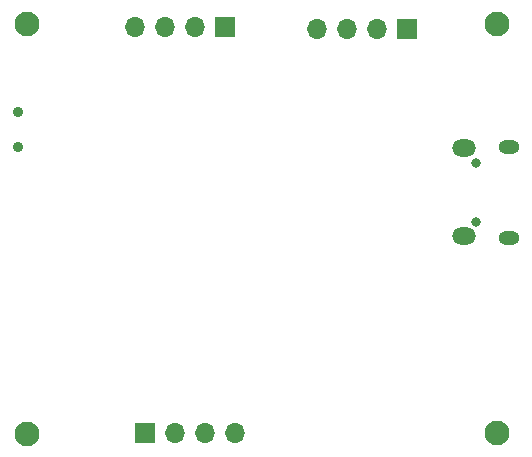
<source format=gbr>
%TF.GenerationSoftware,KiCad,Pcbnew,8.0.8*%
%TF.CreationDate,2025-03-31T20:29:26+08:00*%
%TF.ProjectId,1,312e6b69-6361-4645-9f70-636258585858,rev?*%
%TF.SameCoordinates,Original*%
%TF.FileFunction,Soldermask,Bot*%
%TF.FilePolarity,Negative*%
%FSLAX46Y46*%
G04 Gerber Fmt 4.6, Leading zero omitted, Abs format (unit mm)*
G04 Created by KiCad (PCBNEW 8.0.8) date 2025-03-31 20:29:26*
%MOMM*%
%LPD*%
G01*
G04 APERTURE LIST*
%ADD10R,1.700000X1.700000*%
%ADD11O,1.700000X1.700000*%
%ADD12O,0.800000X0.800000*%
%ADD13O,1.800000X1.150000*%
%ADD14O,2.000000X1.450000*%
%ADD15C,2.100000*%
%ADD16C,0.900000*%
G04 APERTURE END LIST*
D10*
%TO.C,J4*%
X102700000Y-82300000D03*
D11*
X105240000Y-82300000D03*
X107780000Y-82300000D03*
X110320000Y-82300000D03*
%TD*%
D10*
%TO.C,J3*%
X109490000Y-47900000D03*
D11*
X106950000Y-47900000D03*
X104410000Y-47900000D03*
X101870000Y-47900000D03*
%TD*%
D12*
%TO.C,J1*%
X130750000Y-64400000D03*
X130750000Y-59400000D03*
D13*
X133500000Y-65775000D03*
D14*
X129700000Y-65625000D03*
X129700000Y-58175000D03*
D13*
X133500000Y-58025000D03*
%TD*%
D15*
%TO.C,H2*%
X132500000Y-47600000D03*
%TD*%
D16*
%TO.C,SW1*%
X91950000Y-55050000D03*
X91950000Y-58050000D03*
%TD*%
D15*
%TO.C,H4*%
X132533985Y-82296795D03*
%TD*%
D10*
%TO.C,J2*%
X124920000Y-48100000D03*
D11*
X122380000Y-48100000D03*
X119840000Y-48100000D03*
X117300000Y-48100000D03*
%TD*%
D15*
%TO.C,H1*%
X92703204Y-47633981D03*
%TD*%
%TO.C,H3*%
X92737188Y-82330779D03*
%TD*%
M02*

</source>
